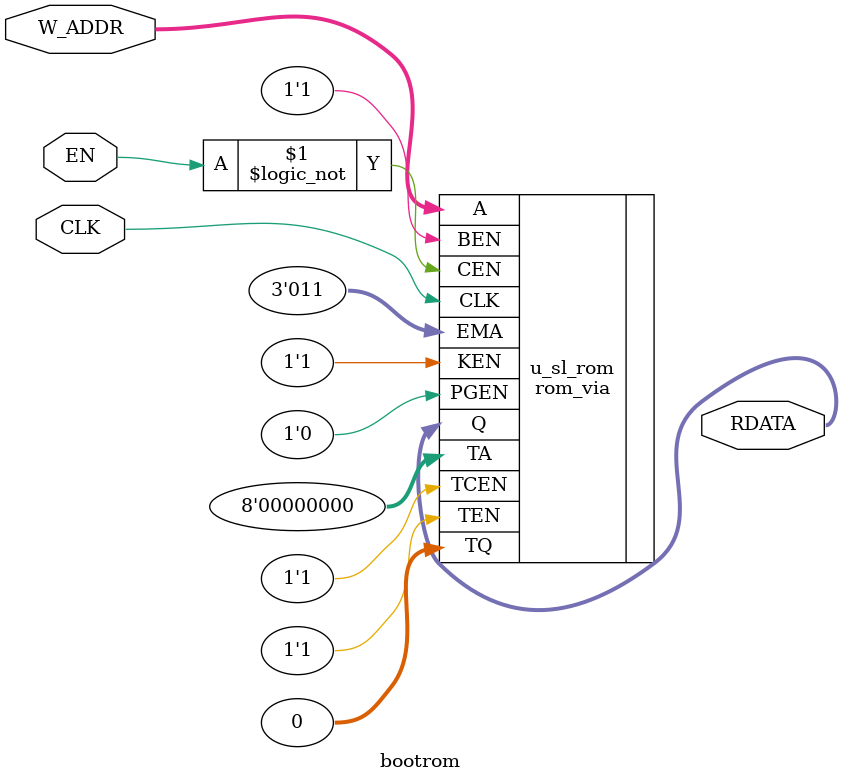
<source format=v>

module bootrom #(
    parameter AW_ADDR_W = 8
)(
    `ifdef POWER_PINS
    inout VDD,
    inout VSS,
    `endif
    input  wire CLK,
    input  wire EN,
    input  wire [7:0] W_ADDR,
    output reg [31:0] RDATA 
);

    rom_via 
        u_sl_rom(
        `ifdef POWER_PINS
        .VDD(VDD),
        .VSSE(VSS),
        `endif
        .Q(RDATA),
        .CLK(CLK),
        .CEN(!EN),
        .A(W_ADDR),
        .EMA(3'b011),
        .TEN(1'b1),
        .BEN(1'b1),
        .TCEN(1'b1),
        .TA(8'b0),
        .TQ(32'b0),
        .PGEN(1'b0),
        .KEN(1'b1)
    );

endmodule

</source>
